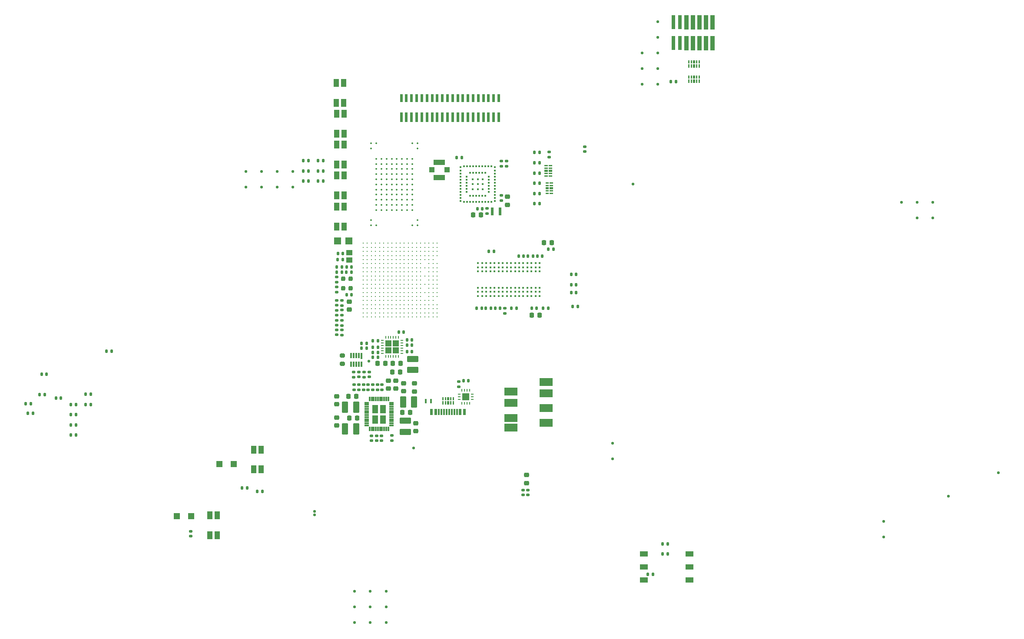
<source format=gbr>
%TF.GenerationSoftware,KiCad,Pcbnew,9.0.2*%
%TF.CreationDate,2025-06-19T13:39:27-06:00*%
%TF.ProjectId,MPU_MOD,4d50555f-4d4f-4442-9e6b-696361645f70,rev?*%
%TF.SameCoordinates,Original*%
%TF.FileFunction,Paste,Top*%
%TF.FilePolarity,Positive*%
%FSLAX46Y46*%
G04 Gerber Fmt 4.6, Leading zero omitted, Abs format (unit mm)*
G04 Created by KiCad (PCBNEW 9.0.2) date 2025-06-19 13:39:27*
%MOMM*%
%LPD*%
G01*
G04 APERTURE LIST*
G04 Aperture macros list*
%AMRoundRect*
0 Rectangle with rounded corners*
0 $1 Rounding radius*
0 $2 $3 $4 $5 $6 $7 $8 $9 X,Y pos of 4 corners*
0 Add a 4 corners polygon primitive as box body*
4,1,4,$2,$3,$4,$5,$6,$7,$8,$9,$2,$3,0*
0 Add four circle primitives for the rounded corners*
1,1,$1+$1,$2,$3*
1,1,$1+$1,$4,$5*
1,1,$1+$1,$6,$7*
1,1,$1+$1,$8,$9*
0 Add four rect primitives between the rounded corners*
20,1,$1+$1,$2,$3,$4,$5,0*
20,1,$1+$1,$4,$5,$6,$7,0*
20,1,$1+$1,$6,$7,$8,$9,0*
20,1,$1+$1,$8,$9,$2,$3,0*%
G04 Aperture macros list end*
%ADD10C,0.010000*%
%ADD11C,0.000000*%
%ADD12RoundRect,0.140000X-0.170000X0.140000X-0.170000X-0.140000X0.170000X-0.140000X0.170000X0.140000X0*%
%ADD13RoundRect,0.125000X-0.125000X-0.125000X0.125000X-0.125000X0.125000X0.125000X-0.125000X0.125000X0*%
%ADD14R,1.250000X1.000000*%
%ADD15RoundRect,0.140000X0.170000X-0.140000X0.170000X0.140000X-0.170000X0.140000X-0.170000X-0.140000X0*%
%ADD16RoundRect,0.135000X-0.135000X-0.185000X0.135000X-0.185000X0.135000X0.185000X-0.135000X0.185000X0*%
%ADD17C,0.320002*%
%ADD18RoundRect,0.135000X-0.185000X0.135000X-0.185000X-0.135000X0.185000X-0.135000X0.185000X0.135000X0*%
%ADD19R,1.050000X1.650000*%
%ADD20RoundRect,0.225000X-0.250000X0.225000X-0.250000X-0.225000X0.250000X-0.225000X0.250000X0.225000X0*%
%ADD21RoundRect,0.225000X-0.225000X-0.250000X0.225000X-0.250000X0.225000X0.250000X-0.225000X0.250000X0*%
%ADD22RoundRect,0.140000X0.140000X0.170000X-0.140000X0.170000X-0.140000X-0.170000X0.140000X-0.170000X0*%
%ADD23RoundRect,0.147500X-0.172500X0.147500X-0.172500X-0.147500X0.172500X-0.147500X0.172500X0.147500X0*%
%ADD24RoundRect,0.225000X0.225000X0.250000X-0.225000X0.250000X-0.225000X-0.250000X0.225000X-0.250000X0*%
%ADD25RoundRect,0.140000X-0.140000X-0.170000X0.140000X-0.170000X0.140000X0.170000X-0.140000X0.170000X0*%
%ADD26RoundRect,0.135000X0.135000X0.185000X-0.135000X0.185000X-0.135000X-0.185000X0.135000X-0.185000X0*%
%ADD27RoundRect,0.250000X0.375000X0.850000X-0.375000X0.850000X-0.375000X-0.850000X0.375000X-0.850000X0*%
%ADD28R,2.500000X1.600000*%
%ADD29RoundRect,0.028750X0.391250X0.086250X-0.391250X0.086250X-0.391250X-0.086250X0.391250X-0.086250X0*%
%ADD30RoundRect,0.028750X0.086250X0.391250X-0.086250X0.391250X-0.086250X-0.391250X0.086250X-0.391250X0*%
%ADD31R,0.604800X0.178600*%
%ADD32R,0.178600X0.604800*%
%ADD33R,1.447800X1.447800*%
%ADD34RoundRect,0.250000X-0.375000X-0.850000X0.375000X-0.850000X0.375000X0.850000X-0.375000X0.850000X0*%
%ADD35R,1.000000X1.000000*%
%ADD36R,2.200000X1.050000*%
%ADD37RoundRect,0.250000X-0.850000X0.375000X-0.850000X-0.375000X0.850000X-0.375000X0.850000X0.375000X0*%
%ADD38R,0.600000X1.850000*%
%ADD39R,0.600000X1.650000*%
%ADD40RoundRect,0.135000X0.185000X-0.135000X0.185000X0.135000X-0.185000X0.135000X-0.185000X-0.135000X0*%
%ADD41R,1.400000X1.400000*%
%ADD42RoundRect,0.125000X-0.125000X0.125000X-0.125000X-0.125000X0.125000X-0.125000X0.125000X0.125000X0*%
%ADD43RoundRect,0.225000X0.250000X-0.225000X0.250000X0.225000X-0.250000X0.225000X-0.250000X-0.225000X0*%
%ADD44R,0.406400X0.838200*%
%ADD45RoundRect,0.137500X0.137500X0.662500X-0.137500X0.662500X-0.137500X-0.662500X0.137500X-0.662500X0*%
%ADD46R,0.450000X0.300000*%
%ADD47R,0.300000X0.450000*%
%ADD48R,0.600000X1.150000*%
%ADD49R,0.300000X1.150000*%
%ADD50RoundRect,0.218750X0.256250X-0.218750X0.256250X0.218750X-0.256250X0.218750X-0.256250X-0.218750X0*%
%ADD51RoundRect,0.200000X-0.200000X-0.250000X0.200000X-0.250000X0.200000X0.250000X-0.200000X0.250000X0*%
%ADD52RoundRect,0.147500X0.172500X-0.147500X0.172500X0.147500X-0.172500X0.147500X-0.172500X-0.147500X0*%
%ADD53C,0.420000*%
%ADD54RoundRect,0.200000X0.275000X-0.200000X0.275000X0.200000X-0.275000X0.200000X-0.275000X-0.200000X0*%
%ADD55R,1.500000X1.100000*%
%ADD56RoundRect,0.009100X-0.120900X0.570900X-0.120900X-0.570900X0.120900X-0.570900X0.120900X0.570900X0*%
%ADD57RoundRect,0.009100X-0.120900X0.495900X-0.120900X-0.495900X0.120900X-0.495900X0.120900X0.495900X0*%
%ADD58O,0.240000X0.599999*%
%ADD59O,0.599999X0.240000*%
%ADD60R,0.740000X2.790000*%
%ADD61C,0.355600*%
G04 APERTURE END LIST*
D10*
%TO.C,U203*%
X77310000Y-94758207D02*
X76280000Y-94758207D01*
X76280000Y-93228207D01*
X77310000Y-93228207D01*
X77310000Y-94758207D01*
G36*
X77310000Y-94758207D02*
G01*
X76280000Y-94758207D01*
X76280000Y-93228207D01*
X77310000Y-93228207D01*
X77310000Y-94758207D01*
G37*
X77310000Y-96768207D02*
X76280000Y-96768207D01*
X76280000Y-95238207D01*
X77310000Y-95238207D01*
X77310000Y-96768207D01*
G36*
X77310000Y-96768207D02*
G01*
X76280000Y-96768207D01*
X76280000Y-95238207D01*
X77310000Y-95238207D01*
X77310000Y-96768207D01*
G37*
X78820000Y-94758207D02*
X77790000Y-94758207D01*
X77790000Y-93228207D01*
X78820000Y-93228207D01*
X78820000Y-94758207D01*
G36*
X78820000Y-94758207D02*
G01*
X77790000Y-94758207D01*
X77790000Y-93228207D01*
X78820000Y-93228207D01*
X78820000Y-94758207D01*
G37*
X78820000Y-96768207D02*
X77790000Y-96768207D01*
X77790000Y-95238207D01*
X78820000Y-95238207D01*
X78820000Y-96768207D01*
G36*
X78820000Y-96768207D02*
G01*
X77790000Y-96768207D01*
X77790000Y-95238207D01*
X78820000Y-95238207D01*
X78820000Y-96768207D01*
G37*
%TO.C,U502*%
X110380000Y-46618900D02*
X109820000Y-46618900D01*
X109820000Y-46432900D01*
X110380000Y-46432900D01*
X110380000Y-46618900D01*
G36*
X110380000Y-46618900D02*
G01*
X109820000Y-46618900D01*
X109820000Y-46432900D01*
X110380000Y-46432900D01*
X110380000Y-46618900D01*
G37*
X110380000Y-47118900D02*
X109820000Y-47118900D01*
X109820000Y-46932900D01*
X110380000Y-46932900D01*
X110380000Y-47118900D01*
G36*
X110380000Y-47118900D02*
G01*
X109820000Y-47118900D01*
X109820000Y-46932900D01*
X110380000Y-46932900D01*
X110380000Y-47118900D01*
G37*
X110380000Y-47712900D02*
X109820000Y-47712900D01*
X109820000Y-47338900D01*
X110380000Y-47338900D01*
X110380000Y-47712900D01*
G36*
X110380000Y-47712900D02*
G01*
X109820000Y-47712900D01*
X109820000Y-47338900D01*
X110380000Y-47338900D01*
X110380000Y-47712900D01*
G37*
X110380000Y-48118900D02*
X109820000Y-48118900D01*
X109820000Y-47932900D01*
X110380000Y-47932900D01*
X110380000Y-48118900D01*
G36*
X110380000Y-48118900D02*
G01*
X109820000Y-48118900D01*
X109820000Y-47932900D01*
X110380000Y-47932900D01*
X110380000Y-48118900D01*
G37*
X110380000Y-48618900D02*
X109820000Y-48618900D01*
X109820000Y-48432900D01*
X110380000Y-48432900D01*
X110380000Y-48618900D01*
G36*
X110380000Y-48618900D02*
G01*
X109820000Y-48618900D01*
X109820000Y-48432900D01*
X110380000Y-48432900D01*
X110380000Y-48618900D01*
G37*
X111200000Y-46618900D02*
X110640000Y-46618900D01*
X110640000Y-46432900D01*
X111200000Y-46432900D01*
X111200000Y-46618900D01*
G36*
X111200000Y-46618900D02*
G01*
X110640000Y-46618900D01*
X110640000Y-46432900D01*
X111200000Y-46432900D01*
X111200000Y-46618900D01*
G37*
X111200000Y-47118900D02*
X110640000Y-47118900D01*
X110640000Y-46932900D01*
X111200000Y-46932900D01*
X111200000Y-47118900D01*
G36*
X111200000Y-47118900D02*
G01*
X110640000Y-47118900D01*
X110640000Y-46932900D01*
X111200000Y-46932900D01*
X111200000Y-47118900D01*
G37*
X111200000Y-47712900D02*
X110640000Y-47712900D01*
X110640000Y-47338900D01*
X111200000Y-47338900D01*
X111200000Y-47712900D01*
G36*
X111200000Y-47712900D02*
G01*
X110640000Y-47712900D01*
X110640000Y-47338900D01*
X111200000Y-47338900D01*
X111200000Y-47712900D01*
G37*
X111200000Y-48118900D02*
X110640000Y-48118900D01*
X110640000Y-47932900D01*
X111200000Y-47932900D01*
X111200000Y-48118900D01*
G36*
X111200000Y-48118900D02*
G01*
X110640000Y-48118900D01*
X110640000Y-47932900D01*
X111200000Y-47932900D01*
X111200000Y-48118900D01*
G37*
X111200000Y-48618900D02*
X110640000Y-48618900D01*
X110640000Y-48432900D01*
X111200000Y-48432900D01*
X111200000Y-48618900D01*
G36*
X111200000Y-48618900D02*
G01*
X110640000Y-48618900D01*
X110640000Y-48432900D01*
X111200000Y-48432900D01*
X111200000Y-48618900D01*
G37*
%TO.C,U503*%
X110563415Y-50018900D02*
X110003415Y-50018900D01*
X110003415Y-49832900D01*
X110563415Y-49832900D01*
X110563415Y-50018900D01*
G36*
X110563415Y-50018900D02*
G01*
X110003415Y-50018900D01*
X110003415Y-49832900D01*
X110563415Y-49832900D01*
X110563415Y-50018900D01*
G37*
X110563415Y-50518900D02*
X110003415Y-50518900D01*
X110003415Y-50332900D01*
X110563415Y-50332900D01*
X110563415Y-50518900D01*
G36*
X110563415Y-50518900D02*
G01*
X110003415Y-50518900D01*
X110003415Y-50332900D01*
X110563415Y-50332900D01*
X110563415Y-50518900D01*
G37*
X110563415Y-51112900D02*
X110003415Y-51112900D01*
X110003415Y-50738900D01*
X110563415Y-50738900D01*
X110563415Y-51112900D01*
G36*
X110563415Y-51112900D02*
G01*
X110003415Y-51112900D01*
X110003415Y-50738900D01*
X110563415Y-50738900D01*
X110563415Y-51112900D01*
G37*
X110563415Y-51518900D02*
X110003415Y-51518900D01*
X110003415Y-51332900D01*
X110563415Y-51332900D01*
X110563415Y-51518900D01*
G36*
X110563415Y-51518900D02*
G01*
X110003415Y-51518900D01*
X110003415Y-51332900D01*
X110563415Y-51332900D01*
X110563415Y-51518900D01*
G37*
X110563415Y-52018900D02*
X110003415Y-52018900D01*
X110003415Y-51832900D01*
X110563415Y-51832900D01*
X110563415Y-52018900D01*
G36*
X110563415Y-52018900D02*
G01*
X110003415Y-52018900D01*
X110003415Y-51832900D01*
X110563415Y-51832900D01*
X110563415Y-52018900D01*
G37*
X111383415Y-50018900D02*
X110823415Y-50018900D01*
X110823415Y-49832900D01*
X111383415Y-49832900D01*
X111383415Y-50018900D01*
G36*
X111383415Y-50018900D02*
G01*
X110823415Y-50018900D01*
X110823415Y-49832900D01*
X111383415Y-49832900D01*
X111383415Y-50018900D01*
G37*
X111383415Y-50518900D02*
X110823415Y-50518900D01*
X110823415Y-50332900D01*
X111383415Y-50332900D01*
X111383415Y-50518900D01*
G36*
X111383415Y-50518900D02*
G01*
X110823415Y-50518900D01*
X110823415Y-50332900D01*
X111383415Y-50332900D01*
X111383415Y-50518900D01*
G37*
X111383415Y-51112900D02*
X110823415Y-51112900D01*
X110823415Y-50738900D01*
X111383415Y-50738900D01*
X111383415Y-51112900D01*
G36*
X111383415Y-51112900D02*
G01*
X110823415Y-51112900D01*
X110823415Y-50738900D01*
X111383415Y-50738900D01*
X111383415Y-51112900D01*
G37*
X111383415Y-51518900D02*
X110823415Y-51518900D01*
X110823415Y-51332900D01*
X111383415Y-51332900D01*
X111383415Y-51518900D01*
G36*
X111383415Y-51518900D02*
G01*
X110823415Y-51518900D01*
X110823415Y-51332900D01*
X111383415Y-51332900D01*
X111383415Y-51518900D01*
G37*
X111383415Y-52018900D02*
X110823415Y-52018900D01*
X110823415Y-51832900D01*
X111383415Y-51832900D01*
X111383415Y-52018900D01*
G36*
X111383415Y-52018900D02*
G01*
X110823415Y-52018900D01*
X110823415Y-51832900D01*
X111383415Y-51832900D01*
X111383415Y-52018900D01*
G37*
%TO.C,D701*%
X46987500Y-105250000D02*
X45887500Y-105250000D01*
X45887500Y-104150000D01*
X46987500Y-104150000D01*
X46987500Y-105250000D01*
G36*
X46987500Y-105250000D02*
G01*
X45887500Y-105250000D01*
X45887500Y-104150000D01*
X46987500Y-104150000D01*
X46987500Y-105250000D01*
G37*
X49787500Y-105250000D02*
X48687500Y-105250000D01*
X48687500Y-104150000D01*
X49787500Y-104150000D01*
X49787500Y-105250000D01*
G36*
X49787500Y-105250000D02*
G01*
X48687500Y-105250000D01*
X48687500Y-104150000D01*
X49787500Y-104150000D01*
X49787500Y-105250000D01*
G37*
%TO.C,U702*%
X137993000Y-29510000D02*
X137807000Y-29510000D01*
X137807000Y-28950000D01*
X137993000Y-28950000D01*
X137993000Y-29510000D01*
G36*
X137993000Y-29510000D02*
G01*
X137807000Y-29510000D01*
X137807000Y-28950000D01*
X137993000Y-28950000D01*
X137993000Y-29510000D01*
G37*
X137993000Y-30330000D02*
X137807000Y-30330000D01*
X137807000Y-29770000D01*
X137993000Y-29770000D01*
X137993000Y-30330000D01*
G36*
X137993000Y-30330000D02*
G01*
X137807000Y-30330000D01*
X137807000Y-29770000D01*
X137993000Y-29770000D01*
X137993000Y-30330000D01*
G37*
X138493000Y-29510000D02*
X138307000Y-29510000D01*
X138307000Y-28950000D01*
X138493000Y-28950000D01*
X138493000Y-29510000D01*
G36*
X138493000Y-29510000D02*
G01*
X138307000Y-29510000D01*
X138307000Y-28950000D01*
X138493000Y-28950000D01*
X138493000Y-29510000D01*
G37*
X138493000Y-30330000D02*
X138307000Y-30330000D01*
X138307000Y-29770000D01*
X138493000Y-29770000D01*
X138493000Y-30330000D01*
G36*
X138493000Y-30330000D02*
G01*
X138307000Y-30330000D01*
X138307000Y-29770000D01*
X138493000Y-29770000D01*
X138493000Y-30330000D01*
G37*
X139087000Y-29510000D02*
X138713000Y-29510000D01*
X138713000Y-28950000D01*
X139087000Y-28950000D01*
X139087000Y-29510000D01*
G36*
X139087000Y-29510000D02*
G01*
X138713000Y-29510000D01*
X138713000Y-28950000D01*
X139087000Y-28950000D01*
X139087000Y-29510000D01*
G37*
X139087000Y-30330000D02*
X138713000Y-30330000D01*
X138713000Y-29770000D01*
X139087000Y-29770000D01*
X139087000Y-30330000D01*
G36*
X139087000Y-30330000D02*
G01*
X138713000Y-30330000D01*
X138713000Y-29770000D01*
X139087000Y-29770000D01*
X139087000Y-30330000D01*
G37*
X139493000Y-29510000D02*
X139307000Y-29510000D01*
X139307000Y-28950000D01*
X139493000Y-28950000D01*
X139493000Y-29510000D01*
G36*
X139493000Y-29510000D02*
G01*
X139307000Y-29510000D01*
X139307000Y-28950000D01*
X139493000Y-28950000D01*
X139493000Y-29510000D01*
G37*
X139493000Y-30330000D02*
X139307000Y-30330000D01*
X139307000Y-29770000D01*
X139493000Y-29770000D01*
X139493000Y-30330000D01*
G36*
X139493000Y-30330000D02*
G01*
X139307000Y-30330000D01*
X139307000Y-29770000D01*
X139493000Y-29770000D01*
X139493000Y-30330000D01*
G37*
X139993000Y-29510000D02*
X139807000Y-29510000D01*
X139807000Y-28950000D01*
X139993000Y-28950000D01*
X139993000Y-29510000D01*
G36*
X139993000Y-29510000D02*
G01*
X139807000Y-29510000D01*
X139807000Y-28950000D01*
X139993000Y-28950000D01*
X139993000Y-29510000D01*
G37*
X139993000Y-30330000D02*
X139807000Y-30330000D01*
X139807000Y-29770000D01*
X139993000Y-29770000D01*
X139993000Y-30330000D01*
G36*
X139993000Y-30330000D02*
G01*
X139807000Y-30330000D01*
X139807000Y-29770000D01*
X139993000Y-29770000D01*
X139993000Y-30330000D01*
G37*
%TO.C,D203*%
X38687500Y-115450000D02*
X37587500Y-115450000D01*
X37587500Y-114350000D01*
X38687500Y-114350000D01*
X38687500Y-115450000D01*
G36*
X38687500Y-115450000D02*
G01*
X37587500Y-115450000D01*
X37587500Y-114350000D01*
X38687500Y-114350000D01*
X38687500Y-115450000D01*
G37*
X41487500Y-115450000D02*
X40387500Y-115450000D01*
X40387500Y-114350000D01*
X41487500Y-114350000D01*
X41487500Y-115450000D01*
G36*
X41487500Y-115450000D02*
G01*
X40387500Y-115450000D01*
X40387500Y-114350000D01*
X41487500Y-114350000D01*
X41487500Y-115450000D01*
G37*
%TO.C,U802*%
X90093000Y-92247500D02*
X89907000Y-92247500D01*
X89907000Y-91687500D01*
X90093000Y-91687500D01*
X90093000Y-92247500D01*
G36*
X90093000Y-92247500D02*
G01*
X89907000Y-92247500D01*
X89907000Y-91687500D01*
X90093000Y-91687500D01*
X90093000Y-92247500D01*
G37*
X90093000Y-93067500D02*
X89907000Y-93067500D01*
X89907000Y-92507500D01*
X90093000Y-92507500D01*
X90093000Y-93067500D01*
G36*
X90093000Y-93067500D02*
G01*
X89907000Y-93067500D01*
X89907000Y-92507500D01*
X90093000Y-92507500D01*
X90093000Y-93067500D01*
G37*
X90593000Y-92247500D02*
X90407000Y-92247500D01*
X90407000Y-91687500D01*
X90593000Y-91687500D01*
X90593000Y-92247500D01*
G36*
X90593000Y-92247500D02*
G01*
X90407000Y-92247500D01*
X90407000Y-91687500D01*
X90593000Y-91687500D01*
X90593000Y-92247500D01*
G37*
X90593000Y-93067500D02*
X90407000Y-93067500D01*
X90407000Y-92507500D01*
X90593000Y-92507500D01*
X90593000Y-93067500D01*
G36*
X90593000Y-93067500D02*
G01*
X90407000Y-93067500D01*
X90407000Y-92507500D01*
X90593000Y-92507500D01*
X90593000Y-93067500D01*
G37*
X91187000Y-92247500D02*
X90813000Y-92247500D01*
X90813000Y-91687500D01*
X91187000Y-91687500D01*
X91187000Y-92247500D01*
G36*
X91187000Y-92247500D02*
G01*
X90813000Y-92247500D01*
X90813000Y-91687500D01*
X91187000Y-91687500D01*
X91187000Y-92247500D01*
G37*
X91187000Y-93067500D02*
X90813000Y-93067500D01*
X90813000Y-92507500D01*
X91187000Y-92507500D01*
X91187000Y-93067500D01*
G36*
X91187000Y-93067500D02*
G01*
X90813000Y-93067500D01*
X90813000Y-92507500D01*
X91187000Y-92507500D01*
X91187000Y-93067500D01*
G37*
X91593000Y-92247500D02*
X91407000Y-92247500D01*
X91407000Y-91687500D01*
X91593000Y-91687500D01*
X91593000Y-92247500D01*
G36*
X91593000Y-92247500D02*
G01*
X91407000Y-92247500D01*
X91407000Y-91687500D01*
X91593000Y-91687500D01*
X91593000Y-92247500D01*
G37*
X91593000Y-93067500D02*
X91407000Y-93067500D01*
X91407000Y-92507500D01*
X91593000Y-92507500D01*
X91593000Y-93067500D01*
G36*
X91593000Y-93067500D02*
G01*
X91407000Y-93067500D01*
X91407000Y-92507500D01*
X91593000Y-92507500D01*
X91593000Y-93067500D01*
G37*
X92093000Y-92247500D02*
X91907000Y-92247500D01*
X91907000Y-91687500D01*
X92093000Y-91687500D01*
X92093000Y-92247500D01*
G36*
X92093000Y-92247500D02*
G01*
X91907000Y-92247500D01*
X91907000Y-91687500D01*
X92093000Y-91687500D01*
X92093000Y-92247500D01*
G37*
X92093000Y-93067500D02*
X91907000Y-93067500D01*
X91907000Y-92507500D01*
X92093000Y-92507500D01*
X92093000Y-93067500D01*
G36*
X92093000Y-93067500D02*
G01*
X91907000Y-93067500D01*
X91907000Y-92507500D01*
X92093000Y-92507500D01*
X92093000Y-93067500D01*
G37*
D11*
%TO.C,U3*%
G36*
X80000003Y-83188001D02*
G01*
X78812002Y-83188001D01*
X78812002Y-82000000D01*
X80000003Y-82000000D01*
X80000003Y-83188001D01*
G37*
G36*
X80000003Y-81800003D02*
G01*
X78812002Y-81800003D01*
X78812002Y-80612002D01*
X80000003Y-80612002D01*
X80000003Y-81800003D01*
G37*
G36*
X81388001Y-83188001D02*
G01*
X80200000Y-83188001D01*
X80200000Y-82000000D01*
X81388001Y-82000000D01*
X81388001Y-83188001D01*
G37*
G36*
X81388001Y-81800003D02*
G01*
X80200000Y-81800003D01*
X80200000Y-80612002D01*
X81388001Y-80612002D01*
X81388001Y-81800003D01*
G37*
D10*
%TO.C,J701*%
X137825000Y-19963000D02*
X137085000Y-19963000D01*
X137085000Y-17173000D01*
X137825000Y-17173000D01*
X137825000Y-19963000D01*
G36*
X137825000Y-19963000D02*
G01*
X137085000Y-19963000D01*
X137085000Y-17173000D01*
X137825000Y-17173000D01*
X137825000Y-19963000D01*
G37*
X137825000Y-24027000D02*
X137085000Y-24027000D01*
X137085000Y-21237000D01*
X137825000Y-21237000D01*
X137825000Y-24027000D01*
G36*
X137825000Y-24027000D02*
G01*
X137085000Y-24027000D01*
X137085000Y-21237000D01*
X137825000Y-21237000D01*
X137825000Y-24027000D01*
G37*
X139095000Y-19963000D02*
X138355000Y-19963000D01*
X138355000Y-17173000D01*
X139095000Y-17173000D01*
X139095000Y-19963000D01*
G36*
X139095000Y-19963000D02*
G01*
X138355000Y-19963000D01*
X138355000Y-17173000D01*
X139095000Y-17173000D01*
X139095000Y-19963000D01*
G37*
X139095000Y-24027000D02*
X138355000Y-24027000D01*
X138355000Y-21237000D01*
X139095000Y-21237000D01*
X139095000Y-24027000D01*
G36*
X139095000Y-24027000D02*
G01*
X138355000Y-24027000D01*
X138355000Y-21237000D01*
X139095000Y-21237000D01*
X139095000Y-24027000D01*
G37*
X140365000Y-19963000D02*
X139625000Y-19963000D01*
X139625000Y-17173000D01*
X140365000Y-17173000D01*
X140365000Y-19963000D01*
G36*
X140365000Y-19963000D02*
G01*
X139625000Y-19963000D01*
X139625000Y-17173000D01*
X140365000Y-17173000D01*
X140365000Y-19963000D01*
G37*
X140365000Y-24027000D02*
X139625000Y-24027000D01*
X139625000Y-21237000D01*
X140365000Y-21237000D01*
X140365000Y-24027000D01*
G36*
X140365000Y-24027000D02*
G01*
X139625000Y-24027000D01*
X139625000Y-21237000D01*
X140365000Y-21237000D01*
X140365000Y-24027000D01*
G37*
X141635000Y-19963000D02*
X140895000Y-19963000D01*
X140895000Y-17173000D01*
X141635000Y-17173000D01*
X141635000Y-19963000D01*
G36*
X141635000Y-19963000D02*
G01*
X140895000Y-19963000D01*
X140895000Y-17173000D01*
X141635000Y-17173000D01*
X141635000Y-19963000D01*
G37*
X141635000Y-24027000D02*
X140895000Y-24027000D01*
X140895000Y-21237000D01*
X141635000Y-21237000D01*
X141635000Y-24027000D01*
G36*
X141635000Y-24027000D02*
G01*
X140895000Y-24027000D01*
X140895000Y-21237000D01*
X141635000Y-21237000D01*
X141635000Y-24027000D01*
G37*
X142905000Y-19963000D02*
X142165000Y-19963000D01*
X142165000Y-17173000D01*
X142905000Y-17173000D01*
X142905000Y-19963000D01*
G36*
X142905000Y-19963000D02*
G01*
X142165000Y-19963000D01*
X142165000Y-17173000D01*
X142905000Y-17173000D01*
X142905000Y-19963000D01*
G37*
X142905000Y-24027000D02*
X142165000Y-24027000D01*
X142165000Y-21237000D01*
X142905000Y-21237000D01*
X142905000Y-24027000D01*
G36*
X142905000Y-24027000D02*
G01*
X142165000Y-24027000D01*
X142165000Y-21237000D01*
X142905000Y-21237000D01*
X142905000Y-24027000D01*
G37*
%TO.C,U701*%
X137993000Y-26560000D02*
X137807000Y-26560000D01*
X137807000Y-26000000D01*
X137993000Y-26000000D01*
X137993000Y-26560000D01*
G36*
X137993000Y-26560000D02*
G01*
X137807000Y-26560000D01*
X137807000Y-26000000D01*
X137993000Y-26000000D01*
X137993000Y-26560000D01*
G37*
X137993000Y-27380000D02*
X137807000Y-27380000D01*
X137807000Y-26820000D01*
X137993000Y-26820000D01*
X137993000Y-27380000D01*
G36*
X137993000Y-27380000D02*
G01*
X137807000Y-27380000D01*
X137807000Y-26820000D01*
X137993000Y-26820000D01*
X137993000Y-27380000D01*
G37*
X138493000Y-26560000D02*
X138307000Y-26560000D01*
X138307000Y-26000000D01*
X138493000Y-26000000D01*
X138493000Y-26560000D01*
G36*
X138493000Y-26560000D02*
G01*
X138307000Y-26560000D01*
X138307000Y-26000000D01*
X138493000Y-26000000D01*
X138493000Y-26560000D01*
G37*
X138493000Y-27380000D02*
X138307000Y-27380000D01*
X138307000Y-26820000D01*
X138493000Y-26820000D01*
X138493000Y-27380000D01*
G36*
X138493000Y-27380000D02*
G01*
X138307000Y-27380000D01*
X138307000Y-26820000D01*
X138493000Y-26820000D01*
X138493000Y-27380000D01*
G37*
X139087000Y-26560000D02*
X138713000Y-26560000D01*
X138713000Y-26000000D01*
X139087000Y-26000000D01*
X139087000Y-26560000D01*
G36*
X139087000Y-26560000D02*
G01*
X138713000Y-26560000D01*
X138713000Y-26000000D01*
X139087000Y-26000000D01*
X139087000Y-26560000D01*
G37*
X139087000Y-27380000D02*
X138713000Y-27380000D01*
X138713000Y-26820000D01*
X139087000Y-26820000D01*
X139087000Y-27380000D01*
G36*
X139087000Y-27380000D02*
G01*
X138713000Y-27380000D01*
X138713000Y-26820000D01*
X139087000Y-26820000D01*
X139087000Y-27380000D01*
G37*
X139493000Y-26560000D02*
X139307000Y-26560000D01*
X139307000Y-26000000D01*
X139493000Y-26000000D01*
X139493000Y-26560000D01*
G36*
X139493000Y-26560000D02*
G01*
X139307000Y-26560000D01*
X139307000Y-26000000D01*
X139493000Y-26000000D01*
X139493000Y-26560000D01*
G37*
X139493000Y-27380000D02*
X139307000Y-27380000D01*
X139307000Y-26820000D01*
X139493000Y-26820000D01*
X139493000Y-27380000D01*
G36*
X139493000Y-27380000D02*
G01*
X139307000Y-27380000D01*
X139307000Y-26820000D01*
X139493000Y-26820000D01*
X139493000Y-27380000D01*
G37*
X139993000Y-26560000D02*
X139807000Y-26560000D01*
X139807000Y-26000000D01*
X139993000Y-26000000D01*
X139993000Y-26560000D01*
G36*
X139993000Y-26560000D02*
G01*
X139807000Y-26560000D01*
X139807000Y-26000000D01*
X139993000Y-26000000D01*
X139993000Y-26560000D01*
G37*
X139993000Y-27380000D02*
X139807000Y-27380000D01*
X139807000Y-26820000D01*
X139993000Y-26820000D01*
X139993000Y-27380000D01*
G36*
X139993000Y-27380000D02*
G01*
X139807000Y-27380000D01*
X139807000Y-26820000D01*
X139993000Y-26820000D01*
X139993000Y-27380000D01*
G37*
%TD*%
D12*
%TO.C,C216*%
X73650000Y-89283207D03*
X73650000Y-90243207D03*
%TD*%
D13*
%TO.C,TP601*%
X198250000Y-106430000D03*
%TD*%
D14*
%TO.C,Y601*%
X71800000Y-63500000D03*
X71800000Y-65000000D03*
%TD*%
D13*
%TO.C,TP212*%
X78925000Y-135660000D03*
%TD*%
D15*
%TO.C,C210*%
X40900000Y-118800000D03*
X40900000Y-117840000D03*
%TD*%
D16*
%TO.C,R709*%
X132832500Y-120320000D03*
X133852500Y-120320000D03*
%TD*%
D17*
%TO.C,U301*%
X74473415Y-61677400D03*
X75273415Y-61677400D03*
X76073415Y-61677400D03*
X76873415Y-61677400D03*
X77673415Y-61677400D03*
X78473415Y-61677400D03*
X79273415Y-61677400D03*
X80073415Y-61677400D03*
X80873415Y-61677400D03*
X81673415Y-61677400D03*
X82473415Y-61677400D03*
X83273415Y-61677400D03*
X84073415Y-61677400D03*
X84873415Y-61677400D03*
X85673415Y-61677400D03*
X86473415Y-61677400D03*
X87273415Y-61677400D03*
X88073415Y-61677400D03*
X88873415Y-61677400D03*
X74473415Y-62477400D03*
X75273415Y-62477400D03*
X76073415Y-62477400D03*
X76873415Y-62477400D03*
X77673415Y-62477400D03*
X78473415Y-62477400D03*
X79273415Y-62477400D03*
X80073415Y-62477400D03*
X80873415Y-62477400D03*
X81673415Y-62477400D03*
X82473415Y-62477400D03*
X83273415Y-62477400D03*
X84073415Y-62477400D03*
X84873415Y-62477400D03*
X85673415Y-62477400D03*
X86473415Y-62477400D03*
X87273415Y-62477400D03*
X88073415Y-62477400D03*
X88873415Y-62477400D03*
X74473415Y-63277400D03*
X75273415Y-63277400D03*
X76073415Y-63277400D03*
X76873415Y-63277400D03*
X77673415Y-63277400D03*
X78473415Y-63277400D03*
X79273415Y-63277400D03*
X80073415Y-63277400D03*
X80873415Y-63277400D03*
X81673415Y-63277400D03*
X82473415Y-63277400D03*
X83273415Y-63277400D03*
X84073415Y-63277400D03*
X84873415Y-63277400D03*
X85673415Y-63277400D03*
X86473415Y-63277400D03*
X87273415Y-63277400D03*
X88073415Y-63277400D03*
X88873415Y-63277400D03*
X74473415Y-64077400D03*
X75273415Y-64077400D03*
X76073415Y-64077400D03*
X76873415Y-64077400D03*
X77673415Y-64077400D03*
X78473415Y-64077400D03*
X79273415Y-64077400D03*
X80073415Y-64077400D03*
X80873415Y-64077400D03*
X81673415Y-64077400D03*
X82473415Y-64077400D03*
X83273415Y-64077400D03*
X84073415Y-64077400D03*
X84873415Y-64077400D03*
X85673415Y-64077400D03*
X86473415Y-64077400D03*
X87273415Y-64077400D03*
X88073415Y-64077400D03*
X88873415Y-64077400D03*
X74473415Y-64877400D03*
X75273415Y-64877400D03*
X76073415Y-64877400D03*
X76873415Y-64877400D03*
X77673415Y-64877400D03*
X78473415Y-64877400D03*
X79273415Y-64877400D03*
X80073415Y-64877400D03*
X80873415Y-64877400D03*
X81673415Y-64877400D03*
X82473415Y-64877400D03*
X83273415Y-64877400D03*
X84073415Y-64877400D03*
X84873415Y-64877400D03*
X85673415Y-64877400D03*
X86473415Y-64877400D03*
X87273415Y-64877400D03*
X88073415Y-64877400D03*
X74473415Y-65677400D03*
X75273415Y-65677400D03*
X76073415Y-65677400D03*
X76873415Y-65677400D03*
X77673415Y-65677400D03*
X78473415Y-65677400D03*
X79273415Y-65677400D03*
X80073415Y-65677400D03*
X80873415Y-65677400D03*
X81673415Y-65677400D03*
X82473415Y-65677400D03*
X83273415Y-65677400D03*
X84073415Y-65677400D03*
X84873415Y-65677400D03*
X85673415Y-65677400D03*
X87273415Y-65677400D03*
X88073415Y-65677400D03*
X88873415Y-65677400D03*
X74473415Y-66477400D03*
X75273415Y-66477400D03*
X76073415Y-66477400D03*
X76873415Y-66477400D03*
X77673415Y-66477400D03*
X78473415Y-66477400D03*
X79273415Y-66477400D03*
X80073415Y-66477400D03*
X80873415Y-66477400D03*
X81673415Y-66477400D03*
X82473415Y-66477400D03*
X83273415Y-66477400D03*
X84073415Y-66477400D03*
X84873415Y-66477400D03*
X85673415Y-66477400D03*
X86473415Y-66477400D03*
X87273415Y-66477400D03*
X88073415Y-66477400D03*
X88873415Y-66477400D03*
X74473415Y-67277400D03*
X75273415Y-67277400D03*
X76073415Y-67277400D03*
X76873415Y-67277400D03*
X77673415Y-67277400D03*
X78473415Y-67277400D03*
X79273415Y-67277400D03*
X80073415Y-67277400D03*
X80873415Y-67277400D03*
X81673415Y-67277400D03*
X82473415Y-67277400D03*
X83273415Y-67277400D03*
X84073415Y-67277400D03*
X84873415Y-67277400D03*
X85673415Y-67277400D03*
X87273415Y-67277400D03*
X88073415Y-67277400D03*
X88873415Y-67277400D03*
X74473415Y-68077400D03*
X75273415Y-68077400D03*
X76073415Y-68077400D03*
X76873415Y-68077400D03*
X77673415Y-68077400D03*
X78473415Y-68077400D03*
X79273415Y-68077400D03*
X80073415Y-68077400D03*
X80873415Y-68077400D03*
X81673415Y-68077400D03*
X82473415Y-68077400D03*
X83273415Y-68077400D03*
X84073415Y-68077400D03*
X84873415Y-68077400D03*
X85673415Y-68077400D03*
X86473415Y-68077400D03*
X87273415Y-68077400D03*
X88073415Y-68077400D03*
X88873415Y-68077400D03*
X74473415Y-68877400D03*
X75273415Y-68877400D03*
X76073415Y-68877400D03*
X76873415Y-68877400D03*
X77673415Y-68877400D03*
X78473415Y-68877400D03*
X79273415Y-68877400D03*
X80073415Y-68877400D03*
X80873415Y-68877400D03*
X81673415Y-68877400D03*
X82473415Y-68877400D03*
X83273415Y-68877400D03*
X84073415Y-68877400D03*
X84873415Y-68877400D03*
X85673415Y-68877400D03*
X87273415Y-68877400D03*
X88073415Y-68877400D03*
X88873415Y-68877400D03*
X74473415Y-69677400D03*
X75273415Y-69677400D03*
X76073415Y-69677400D03*
X76873415Y-69677400D03*
X77673415Y-69677400D03*
X78473415Y-69677400D03*
X79273415Y-69677400D03*
X80073415Y-69677400D03*
X80873415Y-69677400D03*
X81673415Y-69677400D03*
X82473415Y-69677400D03*
X83273415Y-69677400D03*
X84073415Y-69677400D03*
X84873415Y-69677400D03*
X85673415Y-69677400D03*
X86473415Y-69677400D03*
X87273415Y-69677400D03*
X88073415Y-69677400D03*
X88873415Y-69677400D03*
X74473415Y-70477400D03*
X75273415Y-70477400D03*
X76073415Y-70477400D03*
X76873415Y-70477400D03*
X77673415Y-70477400D03*
X78473415Y-70477400D03*
X79273415Y-70477400D03*
X80073415Y-70477400D03*
X80873415Y-70477400D03*
X81673415Y-70477400D03*
X82473415Y-70477400D03*
X83273415Y-70477400D03*
X84073415Y-70477400D03*
X84873415Y-70477400D03*
X85673415Y-70477400D03*
X87273415Y-70477400D03*
X88073415Y-70477400D03*
X88873415Y-70477400D03*
X74473415Y-71277400D03*
X75273415Y-71277400D03*
X76073415Y-71277400D03*
X76873415Y-71277400D03*
X77673415Y-71277400D03*
X78473415Y-71277400D03*
X79273415Y-71277400D03*
X80073415Y-71277400D03*
X80873415Y-71277400D03*
X81673415Y-71277400D03*
X82473415Y-71277400D03*
X83273415Y-71277400D03*
X84073415Y-71277400D03*
X84873415Y-71277400D03*
X85673415Y-71277400D03*
X86473415Y-71277400D03*
X87273415Y-71277400D03*
X88073415Y-71277400D03*
X88873415Y-71277400D03*
X74473415Y-72077400D03*
X75273415Y-72077400D03*
X76073415Y-72077400D03*
X76873415Y-72077400D03*
X77673415Y-72077400D03*
X78473415Y-72077400D03*
X79273415Y-72077400D03*
X80073415Y-72077400D03*
X80873415Y-72077400D03*
X81673415Y-72077400D03*
X82473415Y-72077400D03*
X83273415Y-72077400D03*
X84073415Y-72077400D03*
X84873415Y-72077400D03*
X85673415Y-72077400D03*
X87273415Y-72077400D03*
X88073415Y-72077400D03*
X88873415Y-72077400D03*
X74473415Y-72877400D03*
X75273415Y-72877400D03*
X76073415Y-72877400D03*
X76873415Y-72877400D03*
X77673415Y-72877400D03*
X78473415Y-72877400D03*
X79273415Y-72877400D03*
X80073415Y-72877400D03*
X80873415Y-72877400D03*
X81673415Y-72877400D03*
X82473415Y-72877400D03*
X83273415Y-72877400D03*
X84073415Y-72877400D03*
X84873415Y-72877400D03*
X85673415Y-72877400D03*
X86473415Y-72877400D03*
X87273415Y-72877400D03*
X88073415Y-72877400D03*
X74473415Y-73677400D03*
X75273415Y-73677400D03*
X76073415Y-73677400D03*
X76873415Y-73677400D03*
X77673415Y-73677400D03*
X78473415Y-73677400D03*
X79273415Y-73677400D03*
X80073415Y-73677400D03*
X80873415Y-73677400D03*
X81673415Y-73677400D03*
X82473415Y-73677400D03*
X83273415Y-73677400D03*
X84073415Y-73677400D03*
X84873415Y-73677400D03*
X85673415Y-73677400D03*
X86473415Y-73677400D03*
X87273415Y-73677400D03*
X88073415Y-73677400D03*
X88873415Y-73677400D03*
X74473415Y-74477400D03*
X75273415Y-74477400D03*
X76073415Y-74477400D03*
X76873415Y-74477400D03*
X77673415Y-74477400D03*
X78473415Y-74477400D03*
X79273415Y-74477400D03*
X80073415Y-74477400D03*
X80873415Y-74477400D03*
X81673415Y-74477400D03*
X82473415Y-74477400D03*
X83273415Y-74477400D03*
X84073415Y-74477400D03*
X84873415Y-74477400D03*
X85673415Y-74477400D03*
X86473415Y-74477400D03*
X87273415Y-74477400D03*
X88073415Y-74477400D03*
X88873415Y-74477400D03*
X74473415Y-75277400D03*
X75273415Y-75277400D03*
X76073415Y-75277400D03*
X76873415Y-75277400D03*
X77673415Y-75277400D03*
X78473415Y-75277400D03*
X79273415Y-75277400D03*
X80073415Y-75277400D03*
X80873415Y-75277400D03*
X81673415Y-75277400D03*
X82473415Y-75277400D03*
X83273415Y-75277400D03*
X84073415Y-75277400D03*
X84873415Y-75277400D03*
X85673415Y-75277400D03*
X86473415Y-75277400D03*
X87273415Y-75277400D03*
X88073415Y-75277400D03*
X88873415Y-75277400D03*
X74473415Y-76077400D03*
X75273415Y-76077400D03*
X76073415Y-76077400D03*
X76873415Y-76077400D03*
X77673415Y-76077400D03*
X78473415Y-76077400D03*
X79273415Y-76077400D03*
X80073415Y-76077400D03*
X80873415Y-76077400D03*
X81673415Y-76077400D03*
X82473415Y-76077400D03*
X83273415Y-76077400D03*
X84073415Y-76077400D03*
X84873415Y-76077400D03*
X85673415Y-76077400D03*
X86473415Y-76077400D03*
X87273415Y-76077400D03*
X88073415Y-76077400D03*
X88873415Y-76077400D03*
%TD*%
D13*
%TO.C,TP908*%
X60750000Y-50750000D03*
%TD*%
D16*
%TO.C,R905*%
X62790000Y-47600000D03*
X63810000Y-47600000D03*
%TD*%
D15*
%TO.C,C901*%
X98617500Y-55885000D03*
X98617500Y-54925000D03*
%TD*%
D13*
%TO.C,TP901*%
X51600000Y-47700000D03*
%TD*%
D18*
%TO.C,R215*%
X80075000Y-99178207D03*
X80075000Y-100198207D03*
%TD*%
D16*
%TO.C,R705*%
X17500000Y-99090000D03*
X18520000Y-99090000D03*
%TD*%
D19*
%TO.C,S601*%
X70750000Y-54562500D03*
X70750000Y-58412500D03*
X69300000Y-54562500D03*
X69300000Y-58412500D03*
%TD*%
D13*
%TO.C,TP207*%
X75875000Y-129560000D03*
%TD*%
D20*
%TO.C,C228*%
X84500000Y-89038207D03*
X84500000Y-90588207D03*
%TD*%
%TO.C,C227*%
X84750000Y-96788207D03*
X84750000Y-98338207D03*
%TD*%
D21*
%TO.C,C213*%
X71775000Y-95788207D03*
X73325000Y-95788207D03*
%TD*%
D13*
%TO.C,TP903*%
X54650000Y-47700000D03*
%TD*%
D22*
%TO.C,C235*%
X84000000Y-81550000D03*
X83040000Y-81550000D03*
%TD*%
D13*
%TO.C,TP702*%
X123060000Y-103740000D03*
%TD*%
D23*
%TO.C,D1*%
X69300000Y-76700000D03*
X69300000Y-77670000D03*
%TD*%
D24*
%TO.C,C233*%
X81707500Y-86785000D03*
X80157500Y-86785000D03*
%TD*%
D20*
%TO.C,C215*%
X80850000Y-88463207D03*
X80850000Y-90013207D03*
%TD*%
D22*
%TO.C,C430*%
X108253415Y-74377400D03*
X107293415Y-74377400D03*
%TD*%
D16*
%TO.C,R801*%
X24420000Y-82720000D03*
X25440000Y-82720000D03*
%TD*%
%TO.C,R707*%
X20410000Y-91130000D03*
X21430000Y-91130000D03*
%TD*%
%TO.C,R710*%
X132832500Y-122310000D03*
X133852500Y-122310000D03*
%TD*%
D25*
%TO.C,C401*%
X14620000Y-91920000D03*
X15580000Y-91920000D03*
%TD*%
D16*
%TO.C,R711*%
X69300000Y-66300000D03*
X70320000Y-66300000D03*
%TD*%
%TO.C,R708*%
X20410000Y-93120000D03*
X21430000Y-93120000D03*
%TD*%
D20*
%TO.C,C805*%
X106300000Y-106905000D03*
X106300000Y-108455000D03*
%TD*%
D13*
%TO.C,TP204*%
X72825000Y-129560000D03*
%TD*%
D15*
%TO.C,C804*%
X105600000Y-110760000D03*
X105600000Y-109800000D03*
%TD*%
%TO.C,C226*%
X78022500Y-100178207D03*
X78022500Y-99218207D03*
%TD*%
D13*
%TO.C,TP201*%
X65000000Y-114700000D03*
%TD*%
D12*
%TO.C,C219*%
X78150000Y-89283207D03*
X78150000Y-90243207D03*
%TD*%
D25*
%TO.C,C703*%
X69340000Y-67300000D03*
X70300000Y-67300000D03*
%TD*%
%TO.C,C704*%
X71240000Y-66300000D03*
X72200000Y-66300000D03*
%TD*%
D18*
%TO.C,R402*%
X102073415Y-74367400D03*
X102073415Y-75387400D03*
%TD*%
D13*
%TO.C,TP205*%
X72825000Y-132610000D03*
%TD*%
D22*
%TO.C,C423*%
X109373415Y-64177400D03*
X108413415Y-64177400D03*
%TD*%
D12*
%TO.C,C224*%
X75450000Y-89283207D03*
X75450000Y-90243207D03*
%TD*%
D13*
%TO.C,TP802*%
X84300000Y-101587500D03*
%TD*%
D25*
%TO.C,C424*%
X98393415Y-74377400D03*
X99353415Y-74377400D03*
%TD*%
D13*
%TO.C,TP804*%
X182460000Y-56730000D03*
%TD*%
D16*
%TO.C,R518*%
X107800000Y-51970000D03*
X108820000Y-51970000D03*
%TD*%
D13*
%TO.C,TP803*%
X182460000Y-53680000D03*
%TD*%
D12*
%TO.C,C204*%
X75650000Y-86808207D03*
X75650000Y-87768207D03*
%TD*%
D26*
%TO.C,R219*%
X77320000Y-80700000D03*
X76300000Y-80700000D03*
%TD*%
D16*
%TO.C,R703*%
X17500000Y-95110000D03*
X18520000Y-95110000D03*
%TD*%
D19*
%TO.C,S605*%
X70750000Y-36462500D03*
X70750000Y-40312500D03*
X69300000Y-36462500D03*
X69300000Y-40312500D03*
%TD*%
D23*
%TO.C,D602*%
X69300000Y-74760000D03*
X69300000Y-75730000D03*
%TD*%
D13*
%TO.C,TP905*%
X57700000Y-47700000D03*
%TD*%
D27*
%TO.C,L204*%
X73100000Y-97863207D03*
X70950000Y-97863207D03*
%TD*%
D13*
%TO.C,TP209*%
X75875000Y-135660000D03*
%TD*%
D22*
%TO.C,C421*%
X107553415Y-64177400D03*
X106593415Y-64177400D03*
%TD*%
D16*
%TO.C,R907*%
X65700000Y-45610000D03*
X66720000Y-45610000D03*
%TD*%
D28*
%TO.C,J1*%
X110155750Y-96750000D03*
X110155750Y-93850000D03*
X110155750Y-90950000D03*
X110155750Y-88750000D03*
X103255750Y-97650000D03*
X103255750Y-95750000D03*
X103255750Y-92850000D03*
X103255750Y-90650000D03*
%TD*%
D19*
%TO.C,S701*%
X54577500Y-101960000D03*
X54577500Y-105810000D03*
X53127500Y-101960000D03*
X53127500Y-105810000D03*
%TD*%
D15*
%TO.C,C904*%
X101417500Y-53345000D03*
X101417500Y-52385000D03*
%TD*%
D22*
%TO.C,C515*%
X94960000Y-88500000D03*
X94000000Y-88500000D03*
%TD*%
D19*
%TO.C,S603*%
X70750000Y-48462500D03*
X70750000Y-52312500D03*
X69300000Y-48462500D03*
X69300000Y-52312500D03*
%TD*%
D25*
%TO.C,C601*%
X69500000Y-64900000D03*
X70460000Y-64900000D03*
%TD*%
D22*
%TO.C,C238*%
X84000000Y-80580000D03*
X83040000Y-80580000D03*
%TD*%
D29*
%TO.C,U203*%
X79985000Y-97198207D03*
X79985000Y-96798207D03*
X79985000Y-96398207D03*
X79985000Y-95998207D03*
X79985000Y-95598207D03*
X79985000Y-95198207D03*
X79985000Y-94798207D03*
X79985000Y-94398207D03*
X79985000Y-93998207D03*
X79985000Y-93598207D03*
X79985000Y-93198207D03*
X79985000Y-92798207D03*
D30*
X79350000Y-92063207D03*
X78950000Y-92063207D03*
X78550000Y-92063207D03*
X78150000Y-92063207D03*
X77750000Y-92063207D03*
X77350000Y-92063207D03*
X76950000Y-92063207D03*
X76550000Y-92063207D03*
X76150000Y-92063207D03*
X75750000Y-92063207D03*
D29*
X75115000Y-92798207D03*
X75115000Y-93198207D03*
X75115000Y-93598207D03*
X75115000Y-93998207D03*
X75115000Y-94398207D03*
X75115000Y-94798207D03*
X75115000Y-95198207D03*
X75115000Y-95598207D03*
X75115000Y-95998207D03*
X75115000Y-96398207D03*
X75115000Y-96798207D03*
X75115000Y-97198207D03*
D30*
X75750000Y-97933207D03*
X76150000Y-97933207D03*
X76550000Y-97933207D03*
X76950000Y-97933207D03*
X77350000Y-97933207D03*
X77750000Y-97933207D03*
X78150000Y-97933207D03*
X78550000Y-97933207D03*
X78950000Y-97933207D03*
X79350000Y-97933207D03*
%TD*%
D15*
%TO.C,C508*%
X117683415Y-43825900D03*
X117683415Y-42865900D03*
%TD*%
%TO.C,C218*%
X76122500Y-100178207D03*
X76122500Y-99218207D03*
%TD*%
D25*
%TO.C,C232*%
X83040000Y-82840000D03*
X84000000Y-82840000D03*
%TD*%
D31*
%TO.C,U801*%
X95704200Y-92153300D03*
X95704200Y-91645300D03*
X95704200Y-91137300D03*
D32*
X95224000Y-90403100D03*
X94716000Y-90403100D03*
X94208000Y-90403100D03*
X93700000Y-90403100D03*
D31*
X93219800Y-91137300D03*
X93219800Y-91645300D03*
X93219800Y-92153300D03*
D32*
X93700000Y-92887500D03*
X94208000Y-92887500D03*
X94716000Y-92887500D03*
X95224000Y-92887500D03*
D33*
X94462000Y-91645300D03*
%TD*%
D34*
%TO.C,L203*%
X82250000Y-92638207D03*
X84400000Y-92638207D03*
%TD*%
D16*
%TO.C,R906*%
X62790000Y-49590000D03*
X63810000Y-49590000D03*
%TD*%
D21*
%TO.C,C903*%
X95867500Y-56185000D03*
X97417500Y-56185000D03*
%TD*%
D13*
%TO.C,TP208*%
X75875000Y-132610000D03*
%TD*%
D25*
%TO.C,C402*%
X100193415Y-74377400D03*
X101153415Y-74377400D03*
%TD*%
D22*
%TO.C,C602*%
X70500000Y-63700000D03*
X69540000Y-63700000D03*
%TD*%
D16*
%TO.C,R701*%
X50837500Y-109400000D03*
X51857500Y-109400000D03*
%TD*%
D35*
%TO.C,J901*%
X90817500Y-47385000D03*
D36*
X89317500Y-48860000D03*
D35*
X87817500Y-47385000D03*
D36*
X89317500Y-45910000D03*
%TD*%
D12*
%TO.C,C225*%
X74550000Y-89283207D03*
X74550000Y-90243207D03*
%TD*%
D16*
%TO.C,R704*%
X17500000Y-97100000D03*
X18520000Y-97100000D03*
%TD*%
D25*
%TO.C,C905*%
X96757500Y-54985000D03*
X97717500Y-54985000D03*
%TD*%
D22*
%TO.C,C403*%
X99933415Y-63277400D03*
X98973415Y-63277400D03*
%TD*%
D25*
%TO.C,C701*%
X53837500Y-110100000D03*
X54797500Y-110100000D03*
%TD*%
D22*
%TO.C,C419*%
X110533415Y-74377400D03*
X109573415Y-74377400D03*
%TD*%
D13*
%TO.C,TP210*%
X78925000Y-129560000D03*
%TD*%
%TO.C,TP707*%
X131850000Y-21550000D03*
%TD*%
D21*
%TO.C,C236*%
X77235000Y-85110000D03*
X78785000Y-85110000D03*
%TD*%
D37*
%TO.C,L202*%
X82650000Y-96313207D03*
X82650000Y-98463207D03*
%TD*%
D16*
%TO.C,R702*%
X17500000Y-93120000D03*
X18520000Y-93120000D03*
%TD*%
D38*
%TO.C,J2*%
X100899999Y-37100000D03*
X99900001Y-37100000D03*
X98900001Y-37100000D03*
X97900000Y-37100000D03*
X96900000Y-37100000D03*
X95900002Y-37100000D03*
X94900001Y-37100000D03*
X93900001Y-37100000D03*
X92900000Y-37100000D03*
X91900000Y-37100000D03*
X90900002Y-37100000D03*
X89900001Y-37100000D03*
X88900000Y-37100000D03*
X87900000Y-37100000D03*
X86899999Y-37100000D03*
X85900001Y-37100000D03*
X84900001Y-37100000D03*
X83900000Y-37100000D03*
X82900000Y-37100000D03*
X81899999Y-37100000D03*
D39*
X100899999Y-33350000D03*
X99900001Y-33350000D03*
X98900001Y-33350000D03*
X97900000Y-33350000D03*
X96900000Y-33350000D03*
X95900002Y-33350000D03*
X94900001Y-33350000D03*
X93900001Y-33350000D03*
X92900000Y-33350000D03*
X91900000Y-33350000D03*
X90900002Y-33350000D03*
X89900001Y-33350000D03*
X88900000Y-33350000D03*
X87900000Y-33350000D03*
X86899999Y-33350000D03*
X85900001Y-33350000D03*
X84900001Y-33350000D03*
X83900000Y-33350000D03*
X82900000Y-33350000D03*
X81899999Y-33350000D03*
%TD*%
D40*
%TO.C,R901*%
X102417500Y-46685000D03*
X102417500Y-45665000D03*
%TD*%
D16*
%TO.C,R517*%
X107800000Y-49980000D03*
X108820000Y-49980000D03*
%TD*%
%TO.C,R908*%
X65700000Y-47600000D03*
X66720000Y-47600000D03*
%TD*%
D41*
%TO.C,C332*%
X69487500Y-61200000D03*
X71687500Y-61200000D03*
%TD*%
D42*
%TO.C,TP203*%
X75550000Y-84688207D03*
%TD*%
D37*
%TO.C,L206*%
X84120000Y-84265000D03*
X84120000Y-86415000D03*
%TD*%
D16*
%TO.C,R604*%
X9120000Y-94820000D03*
X10140000Y-94820000D03*
%TD*%
D13*
%TO.C,TP805*%
X185510000Y-53680000D03*
%TD*%
%TO.C,TP703*%
X128800000Y-24600000D03*
%TD*%
D18*
%TO.C,R209*%
X72650000Y-86780707D03*
X72650000Y-87800707D03*
%TD*%
D13*
%TO.C,TP211*%
X78925000Y-132610000D03*
%TD*%
D18*
%TO.C,R713*%
X69300000Y-70200000D03*
X69300000Y-71220000D03*
%TD*%
D22*
%TO.C,C237*%
X82367500Y-79010000D03*
X81407500Y-79010000D03*
%TD*%
D25*
%TO.C,C428*%
X104793415Y-64177400D03*
X105753415Y-64177400D03*
%TD*%
D13*
%TO.C,TP708*%
X131850000Y-24600000D03*
%TD*%
D21*
%TO.C,C422*%
X109673415Y-61577400D03*
X111223415Y-61577400D03*
%TD*%
D18*
%TO.C,R210*%
X74650000Y-86778207D03*
X74650000Y-87798207D03*
%TD*%
D13*
%TO.C,TP202*%
X65000000Y-114000000D03*
%TD*%
D20*
%TO.C,C212*%
X82350000Y-89013207D03*
X82350000Y-90563207D03*
%TD*%
D24*
%TO.C,C211*%
X83625000Y-94688207D03*
X82075000Y-94688207D03*
%TD*%
D12*
%TO.C,C217*%
X76350000Y-89283207D03*
X76350000Y-90243207D03*
%TD*%
D20*
%TO.C,C230*%
X69350000Y-91513207D03*
X69350000Y-93063207D03*
%TD*%
D16*
%TO.C,R903*%
X92717500Y-44985000D03*
X93737500Y-44985000D03*
%TD*%
D25*
%TO.C,C702*%
X11820000Y-87220000D03*
X12780000Y-87220000D03*
%TD*%
D21*
%TO.C,C214*%
X71575000Y-91588207D03*
X73125000Y-91588207D03*
%TD*%
D43*
%TO.C,C902*%
X102617500Y-54185000D03*
X102617500Y-52635000D03*
%TD*%
D13*
%TO.C,TP709*%
X131850000Y-27650000D03*
%TD*%
D16*
%TO.C,R904*%
X62790000Y-45610000D03*
X63810000Y-45610000D03*
%TD*%
D44*
%TO.C,D801*%
X87700000Y-92500000D03*
X86656400Y-92500000D03*
%TD*%
D19*
%TO.C,S602*%
X70650000Y-30462500D03*
X70650000Y-34312500D03*
X69200000Y-30462500D03*
X69200000Y-34312500D03*
%TD*%
D12*
%TO.C,C802*%
X93100000Y-88700000D03*
X93100000Y-89660000D03*
%TD*%
D16*
%TO.C,R715*%
X134407000Y-30190000D03*
X135427000Y-30190000D03*
%TD*%
D22*
%TO.C,C420*%
X104325000Y-74377400D03*
X103365000Y-74377400D03*
%TD*%
D16*
%TO.C,R515*%
X107800000Y-46000000D03*
X108820000Y-46000000D03*
%TD*%
D24*
%TO.C,C425*%
X108848415Y-75677400D03*
X107298415Y-75677400D03*
%TD*%
D16*
%TO.C,R519*%
X107800000Y-53960000D03*
X108820000Y-53960000D03*
%TD*%
D45*
%TO.C,L901*%
X101117500Y-55485000D03*
X99667500Y-55485000D03*
%TD*%
D13*
%TO.C,TP801*%
X179410000Y-53680000D03*
%TD*%
D25*
%TO.C,C406*%
X115020000Y-69770000D03*
X115980000Y-69770000D03*
%TD*%
D13*
%TO.C,TP806*%
X185510000Y-56730000D03*
%TD*%
%TO.C,TP902*%
X51600000Y-50750000D03*
%TD*%
D12*
%TO.C,C220*%
X72675000Y-89283207D03*
X72675000Y-90243207D03*
%TD*%
D13*
%TO.C,TP706*%
X131850000Y-18500000D03*
%TD*%
D16*
%TO.C,R516*%
X107800000Y-47990000D03*
X108820000Y-47990000D03*
%TD*%
D46*
%TO.C,U901*%
X100167500Y-53485000D03*
X100167500Y-52885000D03*
X100167500Y-52285000D03*
X100167500Y-51685000D03*
X100167500Y-51085000D03*
X100167500Y-50485000D03*
X100167500Y-49885000D03*
X100167500Y-49285000D03*
X100167500Y-48685000D03*
X100167500Y-48085000D03*
X100167500Y-47485000D03*
X100167500Y-46885000D03*
D47*
X99492500Y-46710000D03*
X98892500Y-46710000D03*
X98292500Y-46710000D03*
X97692500Y-46710000D03*
X97092500Y-46710000D03*
X96492500Y-46710000D03*
X95892500Y-46710000D03*
X95292500Y-46710000D03*
X94692500Y-46710000D03*
X94092500Y-46710000D03*
D46*
X93417500Y-46885000D03*
X93417500Y-47485000D03*
X93417500Y-48085000D03*
X93417500Y-48685000D03*
X93417500Y-49285000D03*
X93417500Y-49885000D03*
X93417500Y-50485000D03*
X93417500Y-51085000D03*
X93417500Y-51685000D03*
X93417500Y-52285000D03*
X93417500Y-52885000D03*
X93417500Y-53485000D03*
D47*
X94092500Y-53660000D03*
X94692500Y-53660000D03*
X95292500Y-53660000D03*
X95892500Y-53660000D03*
X96492500Y-53660000D03*
X97092500Y-53660000D03*
X97692500Y-53660000D03*
X98292500Y-53660000D03*
X98892500Y-53660000D03*
X99492500Y-53660000D03*
D46*
X98967500Y-51685000D03*
X98967500Y-51085000D03*
X98967500Y-50485000D03*
X98967500Y-49885000D03*
X98967500Y-49285000D03*
X98967500Y-48685000D03*
D47*
X98292500Y-47910000D03*
X97692500Y-47910000D03*
X97092500Y-47910000D03*
X96492500Y-47910000D03*
X95892500Y-47910000D03*
X95292500Y-47910000D03*
D46*
X94617500Y-48685000D03*
X94617500Y-49285000D03*
X94617500Y-49885000D03*
X94617500Y-50485000D03*
X94617500Y-51085000D03*
X94617500Y-51685000D03*
D47*
X95292500Y-52460000D03*
X95892500Y-52460000D03*
X96492500Y-52460000D03*
X97092500Y-52460000D03*
X97692500Y-52460000D03*
X98292500Y-52460000D03*
D46*
X97792500Y-51185000D03*
X97792500Y-50185000D03*
X97792500Y-49185000D03*
X96792500Y-49185000D03*
X95792500Y-49185000D03*
X95792500Y-50185000D03*
X95792500Y-51185000D03*
X96792500Y-51185000D03*
X96792500Y-50185000D03*
%TD*%
D13*
%TO.C,TP904*%
X54650000Y-50750000D03*
%TD*%
D22*
%TO.C,C404*%
X116000000Y-71330000D03*
X115040000Y-71330000D03*
%TD*%
D16*
%TO.C,R401*%
X11420000Y-91220000D03*
X12440000Y-91220000D03*
%TD*%
D48*
%TO.C,J801*%
X87800000Y-94612500D03*
X88600000Y-94612500D03*
D49*
X89750000Y-94612500D03*
X90750000Y-94612500D03*
X91250000Y-94612500D03*
X92250000Y-94612500D03*
D48*
X94200000Y-94612500D03*
X93400000Y-94612500D03*
D49*
X92750000Y-94612500D03*
X91750000Y-94612500D03*
X90250000Y-94612500D03*
X89250000Y-94612500D03*
%TD*%
D40*
%TO.C,R513*%
X110683415Y-44935900D03*
X110683415Y-43915900D03*
%TD*%
D43*
%TO.C,C222*%
X79350000Y-90013207D03*
X79350000Y-88463207D03*
%TD*%
D40*
%TO.C,R602*%
X70300000Y-75750000D03*
X70300000Y-74730000D03*
%TD*%
D27*
%TO.C,L205*%
X73100000Y-93688207D03*
X70950000Y-93688207D03*
%TD*%
D16*
%TO.C,R202*%
X74150000Y-82188207D03*
X75170000Y-82188207D03*
%TD*%
D24*
%TO.C,C234*%
X81795000Y-85110000D03*
X80245000Y-85110000D03*
%TD*%
D15*
%TO.C,C205*%
X73650000Y-87768207D03*
X73650000Y-86808207D03*
%TD*%
D19*
%TO.C,S201*%
X46050000Y-114762500D03*
X46050000Y-118612500D03*
X44600000Y-114762500D03*
X44600000Y-118612500D03*
%TD*%
D20*
%TO.C,C229*%
X69350000Y-95713207D03*
X69350000Y-97263207D03*
%TD*%
D50*
%TO.C,L301*%
X71750000Y-74650000D03*
X71750000Y-73074998D03*
%TD*%
D51*
%TO.C,Y701*%
X70550000Y-68600000D03*
X70550000Y-70450000D03*
X72000000Y-70450000D03*
X72000000Y-68600000D03*
%TD*%
D16*
%TO.C,R514*%
X107800000Y-44010000D03*
X108820000Y-44010000D03*
%TD*%
%TO.C,R218*%
X76320000Y-82000000D03*
X77340000Y-82000000D03*
%TD*%
D13*
%TO.C,TP906*%
X57700000Y-50750000D03*
%TD*%
D25*
%TO.C,C705*%
X71240000Y-71700000D03*
X72200000Y-71700000D03*
%TD*%
D52*
%TO.C,D2*%
X69300000Y-79570000D03*
X69300000Y-78600000D03*
%TD*%
D53*
%TO.C,U401*%
X108873415Y-65577400D03*
X108873415Y-66377400D03*
X108873415Y-67177400D03*
X108873415Y-70377400D03*
X108873415Y-71177400D03*
X108873415Y-71977400D03*
X108073415Y-65577400D03*
X108073415Y-66377400D03*
X108073415Y-67177400D03*
X108073415Y-70377400D03*
X108073415Y-71177400D03*
X108073415Y-71977400D03*
X107273415Y-65577400D03*
X107273415Y-66377400D03*
X107273415Y-67177400D03*
X107273415Y-70377400D03*
X107273415Y-71177400D03*
X107273415Y-71977400D03*
X106473415Y-65577400D03*
X106473415Y-66377400D03*
X106473415Y-67177400D03*
X106473415Y-70377400D03*
X106473415Y-71177400D03*
X106473415Y-71977400D03*
X105673415Y-65577400D03*
X105673415Y-66377400D03*
X105673415Y-67177400D03*
X105673415Y-70377400D03*
X105673415Y-71177400D03*
X105673415Y-71977400D03*
X104873415Y-65577400D03*
X104873415Y-66377400D03*
X104873415Y-67177400D03*
X104873415Y-70377400D03*
X104873415Y-71177400D03*
X104873415Y-71977400D03*
X104073415Y-65577400D03*
X104073415Y-66377400D03*
X104073415Y-67177400D03*
X104073415Y-70377400D03*
X104073415Y-71177400D03*
X104073415Y-71977400D03*
X103273415Y-65577400D03*
X103273415Y-66377400D03*
X103273415Y-67177400D03*
X103273415Y-70377400D03*
X103273415Y-71177400D03*
X103273415Y-71977400D03*
X102473415Y-65577400D03*
X102473415Y-66377400D03*
X102473415Y-67177400D03*
X102473415Y-70377400D03*
X102473415Y-71177400D03*
X102473415Y-71977400D03*
X101673415Y-65577400D03*
X101673415Y-66377400D03*
X101673415Y-67177400D03*
X101673415Y-70377400D03*
X101673415Y-71177400D03*
X101673415Y-71977400D03*
X100873415Y-65577400D03*
X100873415Y-66377400D03*
X100873415Y-67177400D03*
X100873415Y-70377400D03*
X100873415Y-71177400D03*
X100873415Y-71977400D03*
X100073415Y-65577400D03*
X100073415Y-66377400D03*
X100073415Y-67177400D03*
X100073415Y-70377400D03*
X100073415Y-71177400D03*
X100073415Y-71977400D03*
X99273415Y-65577400D03*
X99273415Y-66377400D03*
X99273415Y-67177400D03*
X99273415Y-70377400D03*
X99273415Y-71177400D03*
X99273415Y-71977400D03*
X98473415Y-65577400D03*
X98473415Y-66377400D03*
X98473415Y-67177400D03*
X98473415Y-70377400D03*
X98473415Y-71177400D03*
X98473415Y-71977400D03*
X97673415Y-65577400D03*
X97673415Y-66377400D03*
X97673415Y-67177400D03*
X97673415Y-70377400D03*
X97673415Y-71177400D03*
X97673415Y-71977400D03*
X96873415Y-65577400D03*
X96873415Y-66377400D03*
X96873415Y-67177400D03*
X96873415Y-70377400D03*
X96873415Y-71177400D03*
X96873415Y-71977400D03*
%TD*%
D23*
%TO.C,D601*%
X69300000Y-72830000D03*
X69300000Y-73800000D03*
%TD*%
D40*
%TO.C,R221*%
X70300000Y-77720000D03*
X70300000Y-76700000D03*
%TD*%
D13*
%TO.C,TP602*%
X188550000Y-111040000D03*
%TD*%
%TO.C,TP710*%
X131850000Y-30700000D03*
%TD*%
D26*
%TO.C,R216*%
X77330000Y-83900000D03*
X76310000Y-83900000D03*
%TD*%
D13*
%TO.C,TP402*%
X175880000Y-119000000D03*
%TD*%
%TO.C,TP206*%
X72825000Y-135660000D03*
%TD*%
D25*
%TO.C,C426*%
X96593415Y-74377400D03*
X97553415Y-74377400D03*
%TD*%
D19*
%TO.C,S604*%
X70750000Y-42462500D03*
X70750000Y-46312500D03*
X69300000Y-42462500D03*
X69300000Y-46312500D03*
%TD*%
D18*
%TO.C,R902*%
X101417500Y-45685000D03*
X101417500Y-46705000D03*
%TD*%
D25*
%TO.C,C429*%
X110568415Y-62877400D03*
X111528415Y-62877400D03*
%TD*%
D16*
%TO.C,R201*%
X74140000Y-81188207D03*
X75160000Y-81188207D03*
%TD*%
D13*
%TO.C,TP701*%
X123060000Y-100690000D03*
%TD*%
D54*
%TO.C,R212*%
X70450000Y-85213207D03*
X70450000Y-83563207D03*
%TD*%
D55*
%TO.C,S702*%
X129187500Y-122260000D03*
X138087500Y-122260000D03*
X129187500Y-124800000D03*
X138087500Y-124800000D03*
X129187500Y-127340000D03*
X138087500Y-127340000D03*
%TD*%
D13*
%TO.C,TP705*%
X128800000Y-30700000D03*
%TD*%
D56*
%TO.C,U201*%
X74150000Y-83643207D03*
D57*
X73650000Y-83568207D03*
X73150000Y-83568207D03*
X72650000Y-83568207D03*
X72150000Y-83568207D03*
X72150000Y-85288207D03*
X72650000Y-85288207D03*
X73150000Y-85288207D03*
X73650000Y-85288207D03*
X74150000Y-85288207D03*
%TD*%
D26*
%TO.C,R714*%
X72220000Y-67300000D03*
X71200000Y-67300000D03*
%TD*%
D13*
%TO.C,TP403*%
X127030000Y-50120000D03*
%TD*%
D18*
%TO.C,R220*%
X70300000Y-78580000D03*
X70300000Y-79600000D03*
%TD*%
D13*
%TO.C,TP704*%
X128800000Y-27650000D03*
%TD*%
%TO.C,TP401*%
X175880000Y-115950000D03*
%TD*%
D58*
%TO.C,U3*%
X81350000Y-80000001D03*
X80850001Y-80000001D03*
X80350000Y-80000001D03*
X79850000Y-80000001D03*
X79349999Y-80000001D03*
X78850000Y-80000001D03*
D59*
X78200001Y-80650000D03*
X78200001Y-81149999D03*
X78200001Y-81650000D03*
X78200001Y-82150000D03*
X78200001Y-82650001D03*
X78200001Y-83150000D03*
D58*
X78850000Y-83799999D03*
X79349999Y-83799999D03*
X79850000Y-83799999D03*
X80350000Y-83799999D03*
X80850001Y-83799999D03*
X81350000Y-83799999D03*
D59*
X81999999Y-83150000D03*
X81999999Y-82650001D03*
X81999999Y-82150000D03*
X81999999Y-81650000D03*
X81999999Y-81149999D03*
X81999999Y-80650000D03*
%TD*%
D16*
%TO.C,R706*%
X129922500Y-126290000D03*
X130942500Y-126290000D03*
%TD*%
D13*
%TO.C,TP907*%
X60750000Y-47700000D03*
%TD*%
D16*
%TO.C,R217*%
X76310000Y-83000000D03*
X77330000Y-83000000D03*
%TD*%
D60*
%TO.C,J701*%
X134915000Y-22635000D03*
X134915000Y-18565000D03*
X136185000Y-22635000D03*
X136185000Y-18565000D03*
X137455000Y-22635000D03*
X137455000Y-18565000D03*
X138725000Y-22635000D03*
X138725000Y-18565000D03*
X139995000Y-22635000D03*
X139995000Y-18565000D03*
X141265000Y-22635000D03*
X141265000Y-18565000D03*
X142535000Y-22635000D03*
X142535000Y-18565000D03*
%TD*%
D16*
%TO.C,R909*%
X65700000Y-49590000D03*
X66720000Y-49590000D03*
%TD*%
D12*
%TO.C,C803*%
X106600000Y-109800000D03*
X106600000Y-110760000D03*
%TD*%
D15*
%TO.C,C223*%
X77122500Y-100178207D03*
X77122500Y-99218207D03*
%TD*%
D16*
%TO.C,R603*%
X8720000Y-93020000D03*
X9740000Y-93020000D03*
%TD*%
D25*
%TO.C,C405*%
X115020000Y-67800000D03*
X115980000Y-67800000D03*
%TD*%
D61*
%TO.C,U1*%
X76033417Y-42217406D03*
X77033415Y-42217406D03*
X84033401Y-42217406D03*
X85033399Y-42217406D03*
X76033417Y-43217404D03*
X85033399Y-43217404D03*
X77033415Y-45217400D03*
X78033413Y-45217400D03*
X79033411Y-45217400D03*
X80033409Y-45217400D03*
X81033407Y-45217400D03*
X82033405Y-45217400D03*
X83033403Y-45217400D03*
X84033401Y-45217400D03*
X77033415Y-46217398D03*
X78033413Y-46217398D03*
X79033411Y-46217398D03*
X80033409Y-46217398D03*
X81033407Y-46217398D03*
X82033405Y-46217398D03*
X83033403Y-46217398D03*
X84033401Y-46217398D03*
X77033415Y-47217396D03*
X78033413Y-47217396D03*
X79033411Y-47217396D03*
X80033409Y-47217396D03*
X81033407Y-47217396D03*
X82033405Y-47217396D03*
X83033403Y-47217396D03*
X84033401Y-47217396D03*
X77033415Y-48217394D03*
X78033413Y-48217394D03*
X79033411Y-48217394D03*
X80033409Y-48217394D03*
X81033407Y-48217394D03*
X82033405Y-48217394D03*
X83033403Y-48217394D03*
X84033401Y-48217394D03*
X77033415Y-49217392D03*
X78033413Y-49217392D03*
X79033411Y-49217392D03*
X80033409Y-49217392D03*
X81033407Y-49217392D03*
X82033405Y-49217392D03*
X83033403Y-49217392D03*
X84033401Y-49217392D03*
X77033415Y-50217390D03*
X78033413Y-50217390D03*
X79033411Y-50217390D03*
X80033409Y-50217390D03*
X81033407Y-50217390D03*
X82033405Y-50217390D03*
X83033403Y-50217390D03*
X84033401Y-50217390D03*
X77033415Y-51217388D03*
X78033413Y-51217388D03*
X79033411Y-51217388D03*
X80033409Y-51217388D03*
X81033407Y-51217388D03*
X82033405Y-51217388D03*
X83033403Y-51217388D03*
X84033401Y-51217388D03*
X77033415Y-52217386D03*
X78033413Y-52217386D03*
X79033411Y-52217386D03*
X80033409Y-52217386D03*
X81033407Y-52217386D03*
X82033405Y-52217386D03*
X83033403Y-52217386D03*
X84033401Y-52217386D03*
X77033415Y-53217384D03*
X78033413Y-53217384D03*
X79033411Y-53217384D03*
X80033409Y-53217384D03*
X81033407Y-53217384D03*
X82033405Y-53217384D03*
X83033403Y-53217384D03*
X84033401Y-53217384D03*
X77033415Y-54217382D03*
X78033413Y-54217382D03*
X79033411Y-54217382D03*
X80033409Y-54217382D03*
X81033407Y-54217382D03*
X82033405Y-54217382D03*
X83033403Y-54217382D03*
X84033401Y-54217382D03*
X77033415Y-55217380D03*
X78033413Y-55217380D03*
X79033411Y-55217380D03*
X80033409Y-55217380D03*
X81033407Y-55217380D03*
X82033405Y-55217380D03*
X83033403Y-55217380D03*
X84033401Y-55217380D03*
X76033417Y-57217376D03*
X85033399Y-57217376D03*
X76033417Y-58217374D03*
X77033415Y-58217374D03*
X84033401Y-58217374D03*
X85033399Y-58217374D03*
%TD*%
D40*
%TO.C,R601*%
X70300000Y-73830000D03*
X70300000Y-72810000D03*
%TD*%
D12*
%TO.C,C221*%
X77250000Y-89283207D03*
X77250000Y-90243207D03*
%TD*%
D16*
%TO.C,R405*%
X115290000Y-74000000D03*
X116310000Y-74000000D03*
%TD*%
D40*
%TO.C,R712*%
X69300000Y-69300000D03*
X69300000Y-68280000D03*
%TD*%
M02*

</source>
